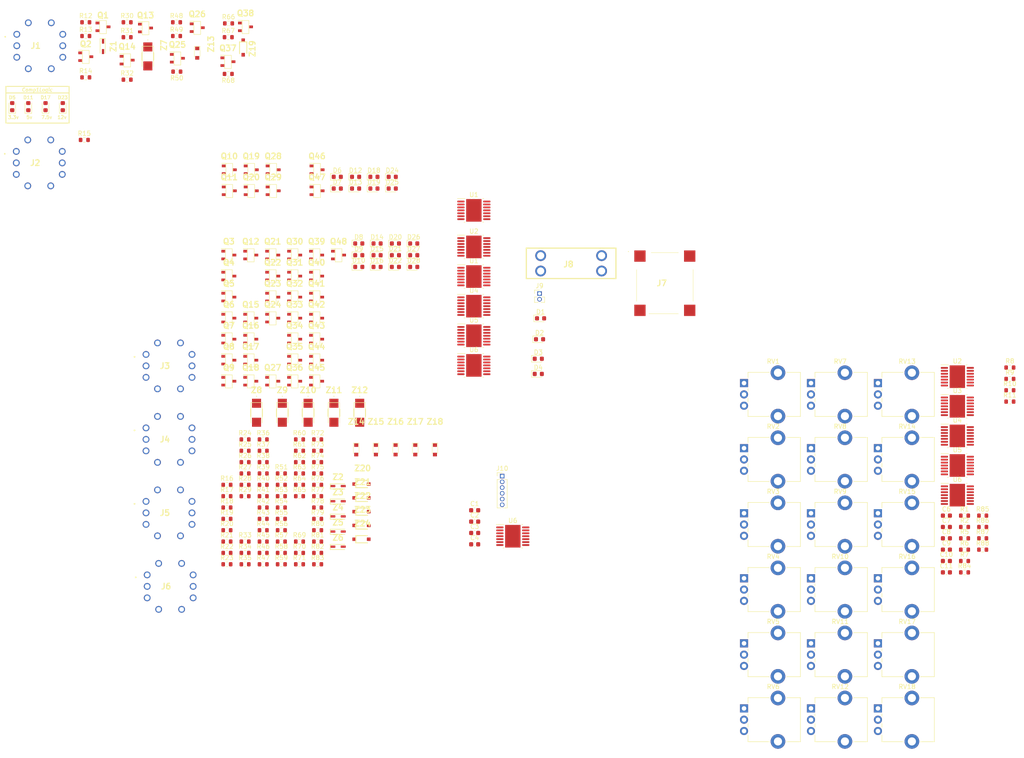
<source format=kicad_pcb>
(kicad_pcb (version 20221018) (generator pcbnew)
  (layers (0 "F.Cu" signal) (31 "B.Cu" signal) (34 "B.Paste" user) (35 "F.Paste" user) (36 "B.SilkS" user "B.Silkscreen") (37 "F.SilkS" user "F.Silkscreen") (38 "B.Mask" user) (39 "F.Mask" user) (44 "Edge.Cuts" user))
  (net 0 "")
  (net 1 "GND")
  (net 2 "Net-(D1-A)")
  (net 3 "Net-(D2-A)")
  (net 4 "Net-(D3-A)")
  (net 5 "Net-(D4-A)")
  (net 6 "Net-(D5-A)")
  (net 7 "Net-(D6-A)")
  (net 8 "Net-(D7-A)")
  (net 9 "Net-(D8-A)")
  (net 10 "Net-(D9-A)")
  (net 11 "Net-(D10-A)")
  (net 12 "Net-(D11-A)")
  (net 13 "Net-(D12-A)")
  (net 14 "Net-(D13-A)")
  (net 15 "Net-(D14-A)")
  (net 16 "Net-(D15-A)")
  (net 17 "Net-(D16-A)")
  (net 18 "Net-(D17-A)")
  (net 19 "Net-(D18-A)")
  (net 20 "Net-(D19-A)")
  (net 21 "Net-(D20-A)")
  (net 22 "Net-(D21-A)")
  (net 23 "Net-(D22-A)")
  (net 24 "Net-(D23-A)")
  (net 25 "Net-(D24-A)")
  (net 26 "Net-(D25-A)")
  (net 27 "Net-(D26-A)")
  (net 28 "Net-(D27-A)")
  (net 29 "Net-(D28-A)")
  (net 30 "+12V")
  (net 31 "+7.5V")
  (net 32 "+5V")
  (net 33 "+3.3V")
  (net 35 "Net-(C1-Pad1)")
  (net 41 "Net-(C2-Pad1)")
  (net 47 "Net-(J7-+VIN)")
  (net 53 "SetComparator1Logic")
  (net 59 "SetComparator2Logic")
  (net 65 "/ComparatorLogic/COMP6_LOGIC")
  (net 70 "Net-(Q1-Pad1)")
  (net 71 "Net-(Q1-Pad2)")
  (net 72 "Net-(Q1-Pad3)")
  (net 73 "Net-(Q2-Pad2)")
  (net 74 "Net-(Q3-Pad1)")
  (net 75 "Net-(Q3-Pad2)")
  (net 76 "Net-(Q3-Pad3)")
  (net 77 "Net-(Q4-Pad2)")
  (net 78 "Net-(Q5-Pad1)")
  (net 79 "Net-(Q5-Pad2)")
  (net 80 "Net-(Q5-Pad3)")
  (net 81 "Net-(Q6-Pad2)")
  (net 82 "Net-(Q7-Pad1)")
  (net 83 "Net-(Q7-Pad2)")
  (net 84 "Net-(Q7-Pad3)")
  (net 85 "Net-(Q8-Pad2)")
  (net 86 "Net-(Q10-Pad3)")
  (net 87 "Net-(Q9-Pad2)")
  (net 88 "Net-(Q9-Pad3)")
  (net 89 "Net-(Q10-Pad2)")
  (net 90 "Net-(Q11-Pad1)")
  (net 91 "Net-(Q11-Pad2)")
  (net 92 "Net-(Q11-Pad3)")
  (net 93 "Net-(Q12-Pad2)")
  (net 94 "Net-(Q13-Pad1)")
  (net 95 "Net-(Q13-Pad2)")
  (net 96 "Net-(Q13-Pad3)")
  (net 97 "Net-(Q14-Pad2)")
  (net 98 "Net-(Q15-Pad1)")
  (net 99 "Net-(Q15-Pad2)")
  (net 100 "Net-(Q15-Pad3)")
  (net 101 "Net-(Q16-Pad2)")
  (net 102 "Net-(Q17-Pad1)")
  (net 103 "Net-(Q17-Pad2)")
  (net 104 "Net-(Q17-Pad3)")
  (net 105 "Net-(Q18-Pad2)")
  (net 106 "Net-(Q19-Pad1)")
  (net 107 "Net-(Q19-Pad2)")
  (net 108 "Net-(Q19-Pad3)")
  (net 109 "Net-(Q20-Pad2)")
  (net 110 "Net-(Q21-Pad1)")
  (net 111 "Net-(Q21-Pad2)")
  (net 112 "Net-(Q21-Pad3)")
  (net 113 "Net-(Q22-Pad2)")
  (net 114 "Net-(Q23-Pad1)")
  (net 115 "Net-(Q23-Pad2)")
  (net 116 "Net-(Q23-Pad3)")
  (net 117 "Net-(Q24-Pad2)")
  (net 118 "Net-(Q25-Pad1)")
  (net 119 "Net-(Q25-Pad2)")
  (net 120 "Net-(Q25-Pad3)")
  (net 121 "Net-(Q26-Pad2)")
  (net 122 "Net-(Q27-Pad1)")
  (net 123 "Net-(Q27-Pad2)")
  (net 124 "Net-(Q27-Pad3)")
  (net 125 "Net-(Q28-Pad2)")
  (net 126 "Net-(Q29-Pad1)")
  (net 127 "Net-(Q29-Pad2)")
  (net 128 "Net-(Q29-Pad3)")
  (net 129 "Net-(Q30-Pad2)")
  (net 130 "Net-(Q31-Pad1)")
  (net 131 "Net-(Q31-Pad2)")
  (net 132 "Net-(Q31-Pad3)")
  (net 133 "Net-(Q32-Pad2)")
  (net 134 "Net-(Q33-Pad1)")
  (net 135 "Net-(Q33-Pad2)")
  (net 136 "Net-(Q33-Pad3)")
  (net 137 "Net-(Q34-Pad2)")
  (net 138 "Net-(Q35-Pad1)")
  (net 139 "Net-(Q35-Pad2)")
  (net 140 "Net-(Q35-Pad3)")
  (net 141 "Net-(Q36-Pad2)")
  (net 142 "Net-(Q37-Pad1)")
  (net 143 "Net-(Q37-Pad2)")
  (net 144 "Net-(Q37-Pad3)")
  (net 145 "+3V3")
  (net 146 "Net-(Q38-Pad2)")
  (net 147 "Net-(Q39-Pad1)")
  (net 148 "Net-(Q39-Pad2)")
  (net 149 "Net-(Q39-Pad3)")
  (net 150 "Net-(Q40-Pad2)")
  (net 151 "Net-(Q41-Pad1)")
  (net 152 "Net-(Q41-Pad2)")
  (net 153 "Net-(Q41-Pad3)")
  (net 154 "Net-(Q42-Pad2)")
  (net 155 "Net-(Q43-Pad1)")
  (net 156 "Net-(Q43-Pad2)")
  (net 157 "Net-(Q43-Pad3)")
  (net 158 "Net-(Q44-Pad2)")
  (net 159 "Net-(Q45-Pad1)")
  (net 160 "Net-(Q45-Pad2)")
  (net 161 "Net-(Q45-Pad3)")
  (net 162 "Net-(Q46-Pad2)")
  (net 163 "Net-(Q47-Pad1)")
  (net 164 "Net-(Q47-Pad2)")
  (net 165 "Net-(Q47-Pad3)")
  (net 166 "Net-(Q48-Pad2)")
  (net 167 "COMP3A")
  (net 175 "COMP5A")
  (net 183 "COMP1A")
  (net 184 "/ComparatorLogic/Timing1Check")
  (net 185 "/ComparatorLogic/Timing2Check")
  (net 186 "/ComparatorLogic/Timing3Check")
  (net 187 "/ComparatorLogic/Timing6Check")
  (net 188 "/ComparatorLogic/Timing5Check")
  (net 191 "COMP2A")
  (net 200 "COMP4A")
  (net 209 "COMP6A")
  (net 217 "SetComparator3Logic")
  (net 218 "SetComparator4Logic")
  (net 219 "SetComparator5Logic")
  (net 220 "SetComparator6Logic")
  (net 221 "Net-(J7-+VO)")
  (net 223 "Signal1")
  (net 224 "Signal2")
  (net 225 "Signal3")
  (net 226 "Signal4")
  (net 227 "Signal5")
  (net 228 "Signal6")
  (net 229 "/ComparatorLogic/Timing4Check")
  (net 230 "/ComparatorLogic/COMP1_HIGH")
  (net 231 "/ComparatorLogic/COMP1_LOW")
  (net 232 "/ComparatorLogic/COMP3_HIGH")
  (net 233 "/ComparatorLogic/COMP3_LOW")
  (net 234 "/ComparatorLogic/COMP6_HIGH")
  (net 235 "/ComparatorLogic/COMP5_HIGH")
  (net 236 "/ComparatorLogic/COMP4_HIGH")
  (net 237 "/ComparatorLogic/COMP6_LOW")
  (net 238 "/ComparatorLogic/COMP5_LOW")
  (net 239 "/ComparatorLogic/COMP4_LOW")
  (net 244 "/ComparatorLogic/COMP2_HIGH")
  (net 247 "/ComparatorLogic/COMP2_LOW")
  (footprint "Package_SO:HTSSOP-14-1EP_4.4x5mm_P0.65mm_EP3.4x5mm_Mask3x3.1mm" (layer "F.Cu") (at 225.9245 120.477)
    (fp_text reference "U6")
    (fp_text value "~")
  )
  (footprint "Diode_SMD:D_0603_1608Metric" (layer "F.Cu") (at 88.868 50.074)
    (fp_text reference "D6")
    (fp_text value "APT1608SEC/J3-AMT")
  )
  (footprint "Package_SO:HTSSOP-14-1EP_4.4x5mm_P0.65mm_EP3.4x5mm_Mask3x3.1mm" (layer "F.Cu") (at 225.9245 100.827)
    (fp_text reference "U3")
    (fp_text value "~")
  )
  (footprint "Resistor_SMD:R_0603_1608Metric" (layer "F.Cu") (at 237.5345 97.277)
    (fp_text reference "R10")
    (fp_text value "R_Small")
  )
  (footprint "Package_TO_SOT_SMD:SOT85P240X115-3N" (layer "F.Cu") (at 69.7475 90.626)
    (fp_text reference "Q17")
    (fp_text value "2SD2653KT146" hide)
  )
  (footprint "Package_TO_SOT_SMD:SOT85P240X115-3N" (layer "F.Cu") (at 64.8975 67.376)
    (fp_text reference "Q3")
    (fp_text value "2SD2653KT146" hide)
  )
  (footprint "Resistor_SMD:R_0603_1608Metric" (layer "F.Cu") (at 68.4875 113.176)
    (fp_text reference "R26")
    (fp_text value "565 Ω")
  )
  (footprint "Diode_SMD:D_0603_1608Metric" (layer "F.Cu") (at 97.6675 64.816)
    (fp_text reference "D14")
    (fp_text value "APT1608SECK-AMT")
  )
  (footprint "Resistor_SMD:R_0603_1608Metric" (layer "F.Cu") (at 64.4775 123.216)
    (fp_text reference "R18")
    (fp_text value "1kΩ")
  )
  (footprint "Button_Switch_THT:NR01105ANG132C" (layer "F.Cu") (at 46.5945 121.861)
    (fp_text reference "J5")
    (fp_text value "NR01105ANG13-2C" hide)
  )
  (footprint "Diode_SMD:D_0603_1608Metric" (layer "F.Cu") (at 93.6175 67.406)
    (fp_text reference "D9")
    (fp_text value "APT1608SEC/J3-AMT")
  )
  (footprint "Resistor_SMD:R_0603_1608Metric" (layer "F.Cu") (at 72.4975 123.216)
    (fp_text reference "R42")
    (fp_text value "1kΩ")
  )
  (footprint "Package_TO_SOT_SMD:SOT85P240X115-3N" (layer "F.Cu") (at 74.5975 95.276)
    (fp_text reference "Q27")
    (fp_text value "2SD2653KT146" hide)
  )
  (footprint "Package_SO:HTSSOP-14-1EP_4.4x5mm_P0.65mm_EP3.4x5mm_Mask3x3.1mm" (layer "F.Cu") (at 119.0575 78.676)
    (fp_text reference "U4")
    (fp_text value "~")
  )
  (footprint "Diode_SMD:D_0603_1608Metric" (layer "F.Cu") (at 93.6175 69.996)
    (fp_text reference "D10")
    (fp_text value "APT1608SEC/J3-AMT")
  )
  (footprint "Button_Switch_THT:NR01105ANG132C" (layer "F.Cu") (at 46.5945 89.349)
    (fp_text reference "J3")
    (fp_text value "NR01105ANG13-2C" hide)
  )
  (footprint "Diode_SMD:PTZTFTE2575B" (layer "F.Cu") (at 46.99 23.436)
    (fp_text reference "Z7")
    (fp_text value "PTZTFTE257.5B" hide)
  )
  (footprint "Resistor_SMD:R_0603_1608Metric" (layer "F.Cu") (at 32.957 41.91)
    (fp_text reference "R15")
    (fp_text value "1kΩ")
  )
  (footprint "Diode_SMD:SOD2512X110N" (layer "F.Cu") (at 89.0325 118.476)
    (fp_text reference "Z2")
    (fp_text value "MM3Z12VT1GX" hide)
  )
  (footprint "Resistor_SMD:R_0603_1608Metric" (layer "F.Cu") (at 53.34 18.932)
    (fp_text reference "R49")
    (fp_text value "4.7kΩ")
  )
  (footprint "Resistor_SMD:R_0603_1608Metric" (layer "F.Cu") (at 227.5145 125.007)
    (fp_text reference "R1")
    (fp_text value "10kΩ")
  )
  (footprint "Resistor_SMD:R_0603_1608Metric" (layer "F.Cu") (at 68.4875 120.706)
    (fp_text reference "R29")
    (fp_text value "565 Ω")
  )
  (footprint "Diode_SMD:D_0603_1608Metric" (layer "F.Cu") (at 105.7675 69.996)
    (fp_text reference "D28")
    (fp_text value "SMLEN3WBC8W1")
  )
  (footprint "Package_SO:HTSSOP-14-1EP_4.4x5mm_P0.65mm_EP3.4x5mm_Mask3x3.1mm" (layer "F.Cu") (at 119.0575 85.226)
    (fp_text reference "U5")
    (fp_text value "~")
  )
  (footprint "Diode_SMD:UDZVTE1722B" (layer "F.Cu") (at 57.912 22.234)
    (fp_text reference "Z13")
    (fp_text value "UDZVTE-174.7B" hide)
  )
  (footprint "Package_TO_SOT_SMD:SOT85P240X115-3N" (layer "F.Cu") (at 79.4475 76.676)
    (fp_text reference "Q32")
    (fp_text value "2SD2653KT146" hide)
  )
  (footprint "Resistor_SMD:R_0603_1608Metric" (layer "F.Cu") (at 80.5175 118.196)
    (fp_text reference "R64")
    (fp_text value "4.7kΩ")
  )
  (footprint "Resistor_SMD:R_0603_1608Metric" (layer "F.Cu") (at 72.4975 130.746)
    (fp_text reference "R45")
    (fp_text value "1kΩ")
  )
  (footprint "Capacitor_SMD:C_0603_1608Metric" (layer "F.Cu") (at 119.238 131.353)
    (fp_text reference "C4")
    (fp_text value "330uF")
  )
  (footprint "Diode_SMD:UDZVTE1722B" (layer "F.Cu") (at 97.4075 109.976)
    (fp_text reference "Z15")
    (fp_text value "UDZVTE-174.7B" hide)
  )
  (footprint "Diode_SMD:UDZVTE1722B" (layer "F.Cu") (at 101.7575 109.976)
    (fp_text reference "Z16")
    (fp_text value "UDZVTE-174.7B" hide)
  )
  (footprint "Diode_SMD:PTZTFTE2575B" (layer "F.Cu") (at 88.1225 102.251)
    (fp_text reference "Z11")
    (fp_text value "PTZTFTE257.5B" hide)
  )
  (footprint "Capacitor_SMD:C_0603_1608Metric" (layer "F.Cu") (at 223.5045 132.537)
    (fp_text reference "C9")
    (fp_text value "10uF")
  )
  (footprint "Diode_SMD:UDZVTE1722B" (layer "F.Cu") (at 93.0575 109.976)
    (fp_text reference "Z14")
    (fp_text value "UDZVTE-174.7B" hide)
  )
  (footprint "Resistor_SMD:R_0603_1608Metric" (layer "F.Cu") (at 84.5275 115.686)
    (fp_text reference "R75")
    (fp_text value "1kΩ")
  )
  (footprint "Resistor_SMD:R_0603_1608Metric" (layer "F.Cu") (at 80.5175 110.666)
    (fp_text reference "R61")
    (fp_text value "4.7kΩ")
  )
  (footprint "Package_TO_SOT_SMD:SOT85P240X115-3N" (layer "F.Cu") (at 84.2975 76.676)
    (fp_text reference "Q41")
    (fp_text value "2SD2653KT146" hide)
  )
  (footprint "Package_TO_SOT_SMD:SOT85P240X115-3N" (layer "F.Cu") (at 42.418 24.266)
    (fp_text reference "Q14")
    (fp_text value "2SD2653KT146" hide)
  )
  (footprint "Potentiometer_THT:Potentiometer_Alpha_RD901F-40-00D_Single_Vertical_CircularHoles" (layer "F.Cu") (at 178.7745 138.867)
    (fp_text reference "RV4")
    (fp_text value "R_Potentiometer_Trim")
  )
  (footprint "Diode_SMD:SOD2512X110N" (layer "F.Cu") (at 89.0325 121.826)
    (fp_text reference "Z3")
    (fp_text value "MM3Z12VT1GX" hide)
  )
  (footprint "Resistor_SMD:R_0603_1608Metric" (layer "F.Cu") (at 72.4975 113.176)
    (fp_text reference "R38")
    (fp_text value "565 Ω")
  )
  (footprint "Connector_PinHeader_1.27mm:PinHeader_1x02_P1.27mm_Vertical" (layer "F.Cu") (at 133.5785 75.887)
    (fp_text reference "J9")
    (fp_text value "Conn_01x02")
  )
  (footprint "Resistor_SMD:R_0603_1608Metric" (layer "F.Cu") (at 80.5175 115.686)
    (fp_text reference "R63")
    (fp_text value "1kΩ")
  )
  (footprint "Diode_SMD:SODFL3516X120N" (layer "F.Cu") (at 68.072 21.472 -90)
    (fp_text reference "Z19")
    (fp_text value "BZT52H-A3V3-QX" hide)
  )
  (footprint "Resistor_SMD:R_0603_1608Metric" (layer "F.Cu") (at 53.34 15.884)
    (fp_text reference "R48")
    (fp_text value "1kΩ")
  )
  (footprint "Resistor_SMD:R_0603_1608Metric" (layer "F.Cu") (at 84.5275 128.236)
    (fp_text reference "R80")
    (fp_text value "565 Ω")
  )
  (footprint "Package_TO_SOT_SMD:SOT85P240X115-3N" (layer "F.Cu") (at 33.274 23.504)
    (fp_text reference "Q2")
    (fp_text value "2SD2653KT146" hide)
  )
  (footprint "Package_SO:HTSSOP-14-1EP_4.4x5mm_P0.65mm_EP3.4x5mm_Mask3x3.1mm" (layer "F.Cu") (at 119.0575 65.576)
    (fp_text reference "U2")
    (fp_text value "~")
  )
  (footprint "Diode_SMD:SODFL3516X120N" (layer "F.Cu") (at 94.2175 127.176)
    (fp_text reference "Z23")
    (fp_text value "BZT52H-A3V3-QX" hide)
  )
  (footprint "Resistor_SMD:R_0603_1608Metric" (layer "F.Cu") (at 42.418 15.884)
    (fp_text reference "R30")
    (fp_text value "1kΩ")
  )
  (footprint "Fuse:3557-2" (layer "F.Cu") (at 140.5595 69.205)
    (fp_text reference "J8")
    (fp_text value "3557-2" hide)
  )
  (footprint "Resistor_SMD:R_0603_1608Metric" (layer "F.Cu") (at 84.5275 123.216)
    (fp_text reference "R78")
    (fp_text value "1kΩ")
  )
  (footprint "Resistor_SMD:R_0603_1608Metric" (layer "F.Cu") (at 227.5145 137.557)
    (fp_text reference "R84")
    (fp_text value "10kΩ")
  )
  (footprint "Package_TO_SOT_SMD:SOT85P240X115-3N" (layer "F.Cu") (at 53.524 23.846)
    (fp_text reference "Q25")
    (fp_text value "2SD2653KT146" hide)
  )
  (footprint "Button_Switch_THT:NR01105ANG132C" (layer "F.Cu") (at 17.918 44.45)
    (fp_text reference "J2")
    (fp_text value "NR01105ANG13-2C" hide)
  )
  (footprint "Diode_SMD:SODFL3516X120N" (layer "F.Cu") (at 94.2175 124.126)
    (fp_text reference "Z22")
    (fp_text value "BZT52H-A3V3-QX" hide)
  )
  (footprint "Resistor_SMD:R_0603_1608Metric" (layer "F.Cu") (at 42.418 28.584)
    (fp_text reference "R32")
    (fp_text value "565 Ω")
  )
  (footprint "Resistor_SMD:R_0603_1608Metric" (layer "F.Cu") (at 80.5175 135.766)
    (fp_text reference "R71")
    (fp_text value "565 Ω")
  )
  (footprint "Resistor_SMD:R_0603_1608Metric" (layer "F.Cu") (at 227.5145 130.027)
    (fp_text reference "R5")
    (fp_text value "10kΩ")
  )
  (footprint "Resistor_SMD:R_0603_1608Metric" (layer "F.Cu") (at 68.4875 115.686)
    (fp_text reference "R27")
    (fp_text value "1kΩ")
  )
  (footprint "Potentiometer_THT:Potentiometer_Alpha_RD901F-40-00D_Single_Vertical_CircularHoles" (layer "F.Cu") (at 178.7745 153.257)
    (fp_text reference "RV5")
    (fp_text value "10kΩ")
  )
  (footprint "Diode_SMD:PTZTFTE2575B" (layer "F.Cu") (at 76.7225 102.251)
    (fp_text reference "Z9")
    (fp_text value "PTZTFTE257.5B" hide)
  )
  (footprint "Resistor_SMD:R_0603_1608Metric" (layer "F.Cu") (at 76.5075 130.746)
    (fp_text reference "R57")
    (fp_text value "1kΩ")
  )
  (footprint "Resistor_SMD:R_0603_1608Metric" (layer "F.Cu") (at 84.5275 110.666)
    (fp_text reference "R73")
    (fp_text value "4.7kΩ")
  )
  (footprint "Resistor_SMD:R_0603_1608Metric" (layer "F.Cu") (at 68.4875 108.156)
    (fp_text reference "R24")
    (fp_text value "1kΩ")
  )
  (footprint "Capacitor_SMD:C_0603_1608Metric" (layer "F.Cu") (at 223.5045 135.047)
    (fp_text reference "C10")
    (fp_text value "10uF")
  )
  (footprint "Resistor_SMD:R_0603_1608Metric" (layer "F.Cu") (at 76.5075 135.766)
    (fp_text reference "R59")
    (fp_text value "565 Ω")
  )
  (footprint "Package_TO_SOT_SMD:SOT85P240X115-3N" (layer "F.Cu") (at 69.7475 81.326)
    (fp_text reference "Q15")
    (fp_text value "2SD2653KT146" hide)
  )
  (footprint "Package_SO:HTSSOP-14-1EP_4.4x5mm_P0.65mm_EP3.4x5mm_Mask3x3.1mm" (layer "F.Cu") (at 119.0575 72.126)
    (fp_text reference "U1")
    (fp_text value "~")
  )
  (footprint "Potentiometer_THT:Potentiometer_Alpha_RD901F-40-00D_Single_Vertical_CircularHoles" (layer "F.Cu") (at 178.7745 110.087)
    (fp_text reference "RV2")
    (fp_text value "R_Potentiometer_Trim")
  )
  (footprint "Resistor_SMD:R_0603_1608Metric" (layer "F.Cu") (at 76.5075 120.706)
    (fp_text reference "R53")
    (fp_text value "565 Ω")
  )
  (footprint "Resistor_SMD:R_0603_1608Metric" (layer "F.Cu") (at 237.5345 92.257)
    (fp_text reference "R8")
    (fp_text value "R_Small")
  )
  (footprint "Resistor_SMD:R_0603_1608Metric" (layer "F.Cu") (at 64.4775 120.706)
    (fp_text reference "R17")
    (fp_text value "565 Ω")
  )
  (footprint "Package_TO_SOT_SMD:SOT85P240X115-3N" (layer "F.Cu") (at 79.4475 81.326)
    (fp_text reference "Q33")
    (fp_text value "2SD2653KT146" hide)
  )
  (footprint "Diode_SMD:D_0603_1608Metric" (layer "F.Cu") (at 133.5785 85.997)
    (fp_text reference "D2")
    (fp_text value "APT1608SECK-AMT")
  )
  (footprint "Resistor_SMD:R_0603_1608Metric" (layer "F.Cu") (at 72.4975 110.666)
    (fp_text reference "R37")
    (fp_text value "4.7kΩ")
  )
  (footprint "Package_TO_SOT_SMD:SOT85P240X115-3N" (layer "F.Cu") (at 79.4475 72.026)
    (fp_text reference "Q31")
    (fp_text value "2SD2653KT146" hide)
  )
  (footprint "Potentiometer_THT:Potentiometer_Alpha_RD901F-40-00D_Single_Vertical_CircularHoles" (layer "F.Cu") (at 208.3745 153.257)
    (fp_text reference "RV17")
    (fp_text value "R_Potentiometer_Trim")
  )
  (footprint "Resistor_SMD:R_0603_1608Metric" (layer "F.Cu") (at 68.4875 133.256)
    (fp_text reference "R34")
    (fp_text value "4.7kΩ")
  )
  (footprint "Resistor_SMD:R_0603_1608Metric" (layer "F.Cu") (at 53.403 26.806 180)
    (fp_text reference "R50")
    (fp_text value "565 Ω")
  )
  (footprint "Potentiometer_THT:Potentiometer_Alpha_RD901F-40-00D_Single_Vertical_CircularHoles" (layer "F.Cu") (at 193.5745 110.087)
    (fp_text reference "RV8")
    (fp_text value "10kΩ")
  )
  (footprint "Package_TO_SOT_SMD:SOT85P240X115-3N" (layer "F.Cu") (at 74.5975 76.676)
    (fp_text reference "Q23")
    (fp_text value "2SD2653KT146" hide)
  )
  (footprint "Potentiometer_THT:Potentiometer_Alpha_RD901F-40-00D_Single_Vertical_CircularHoles" (layer "F.Cu") (at 193.5745 167.647)
    (fp_text reference "RV12")
    (fp_text value "R_Potentiometer_Trim")
  )
  (footprint "Diode_SMD:SODFL3516X120N" (layer "F.Cu") (at 94.2175 118.026)
    (fp_text reference "Z20")
    (fp_text value "BZT52H-A3V3-QX" hide)
  )
  (footprint "Package_SO:HTSSOP-14-1EP_4.4x5mm_P0.65mm_EP3.4x5mm_Mask3x3.1mm" (layer "F.Cu") (at 127.668 129.563)
    (fp_text reference "U6")
    (fp_text value "~")
  )
  (footprint "Button_Switch_THT:NR01105ANG132C" (layer "F.Cu") (at 46.5945 105.605)
    (fp_text reference "J4")
    (fp_text value "NR01105ANG13-2C" hide)
  )
  (footprint "Capacitor_SMD:C_0603_1608Metric" (layer "F.Cu") (at 223.5045 127.517)
    (fp_text reference "C7")
    (fp_text value "10uF")
  )
  (footprint "Package_TO_SOT_SMD:SOT85P240X115-3N" (layer "F.Cu") (at 84.398 53.164)
    (fp_text reference "Q47")
    (fp_text value "2SD2653KT146" hide)
  )
  (footprint "Package_TO_SOT_SMD:SOT85P240X115-3N" (layer "F.Cu") (at 79.4475 95.276)
    (fp_text reference "Q36")
    (fp_text value "2SD2653KT146" hide)
  )
  (footprint "Potentiometer_THT:Potentiometer_Alpha_RD901F-40-00D_Single_Vertical_CircularHoles" (layer "F.Cu") (at 193.5745 124.477)
    (fp_text reference "RV9")
    (fp_text value "R_Potentiometer_Trim")
  )
  (footprint "Resistor_SMD:R_0603_1608Metric" (layer "F.Cu") (at 72.4975 133.256)
    (fp_text reference "R46")
    (fp_text value "4.7kΩ")
  )
  (footprint "Package_TO_SOT_SMD:SOT85P240X115-3N" (layer "F.Cu") (at 69.7475 85.976)
    (fp_text reference "Q16")
    (fp_text value "2SD2653KT146" hide)
  )
  (footprint "Resistor_SMD:R_0603_1608Metric" (layer "F.Cu") (at 76.5075 133.256)
    (fp_text reference "R58")
    (fp_text value "4.7kΩ")
  )
  (footprint "Package_TO_SOT_SMD:SOT85P240X115-3N" (layer "F.Cu") (at 84.2975 81.326)
    (fp_text reference "Q42")
    (fp_text value "2SD2653KT146" hide)
  )
  (footprint "Package_TO_SOT_SMD:SOT85P240X115-3N" (layer "F.Cu") (at 64.8975 85.976)
    (fp_text reference "Q7")
    (fp_text value "2SD2653KT146" hide)
  )
  (footprint "Resistor_SMD:R_0603_1608Metric" (layer "F.Cu") (at 64.4775 133.256)
    (fp_text reference "R22")
    (fp_text value "4.7kΩ")
  )
  (footprint "Resistor_SMD:R_0603_1608Metric" (layer "F.Cu") (at 76.5075 115.686)
    (fp_text reference "R51")
    (fp_text value "1kΩ")
  )
  (footprint "Resistor_SMD:R_0603_1608Metric" (layer "F.Cu") (at 33.274 28.076)
    (fp_text reference "R14")
    (fp_text value "565 Ω")
  )
  (footprint "Diode_SMD:SODFL3516X120N" (layer "F.Cu") (at 94.2175 121.076)
    (fp_text reference "Z21")
    (fp_text value "BZT52H-A3V3-QX" hide)
  )
  (footprint "Package_TO_SOT_SMD:SOT85P240X115-3N" (layer "F.Cu") (at 64.8975 95.276)
    (fp_text reference "Q9")
    (fp_text value "2SD2653KT146" hide)
  )
  (footprint "Package_TO_SOT_SMD:SOT85P240X115-3N" (layer "F.Cu") (at 74.5975 81.326)
    (fp_text reference "Q24")
    (fp_text value "2SD2653KT146" hide)
  )
  (footprint "Diode_SMD:D_0603_1608Metric" (layer "F.Cu") (at 101.018 52.664)
    (fp_text reference "D25")
    (fp_text value "SMLEN3WBC8W1")
  )
  (footprint "Connector_PinHeader_1.27mm:PinHeader_1x06_P1.27mm_Vertical" (layer "F.Cu") (at 125.318 116.263)
    (fp_text reference "J10")
    (fp_text value "Conn_01x06")
  )
  (footprint "Diode_SMD:D_0603_1608Metric" (layer "F.Cu") (at 20.574 34.544 90)
    (fp_text reference "D11")
    (fp_text value "APT1608SECK-AMT")
  )
  (footprint "Diode_SMD:D_0603_1608Metric" (layer "F.Cu") (at 97.6675 69.996)
    (fp_text reference "D16")
    (fp_text value "APT1608SECK-AMT")
  )
  (footprint "Diode_SMD:SOD2512X110N" (layer "F.Cu") (at 37.084 21.218 -90)
    (fp_text reference "Z1")
    (fp_text value "MM3Z12VT1GX" hide)
  )
  (footprint "Potentiometer_THT:Potentiometer_Alpha_RD901F-40-00D_Single_Vertical_CircularHoles" (layer "F.Cu") (at 193.5745 138.867)
    (fp_text reference "RV10")
    (fp_text value "R_Potentiometer_Trim")
  )
  (footprint "Diode_SMD:D_0603_1608Metric" (layer "F.Cu") (at 101.7175 64.816)
    (fp_text reference "D20")
    (fp_text value "APT1608VRCXF/A-5MAV")
  )
  (footprint "Resistor_SMD:R_0603_1608Metric" (layer "F.Cu") (at 33.274 18.932)
    (fp_text reference "R13")
    (fp_text value "4.7kΩ")
  )
  (footprint "Diode_SMD:D_0603_1608Metric" (layer "F.Cu") (at 96.968 50.074)
    (fp_text reference "D18")
    (fp_text value "APT1608VRCXF/A-5MAV")
  )
  (footprint "Package_TO_SOT_SMD:SOT85P240X115-3N" (layer "F.Cu") (at 64.998 48.514)
    (fp_text reference "Q10")
    (fp_text value "2SD2653KT146" hide)
  )
  (footprint "Package_TO_SOT_SMD:SOT85P240X115-3N" (layer "F.Cu") (at 64.998 53.164)
    (fp_text reference "Q11")
    (fp_text value "2SD2653KT146" hide)
  )
  (footprint "Resistor_SMD:R_0603_1608Metric" (layer "F.Cu") (at 84.5275 135.766)
    (fp_text reference "R83")
    (fp_text value "565 Ω")
  )
  (footprint "Package_TO_SOT_SMD:SOT85P240X115-3N" (layer "F.Cu") (at 64.8975 72.026)
    (fp_text reference "Q4")
    (fp_text value "2SD2653KT146" hide)
  )
  (footprint "Diode_SMD:PTZTFTE2575B" (layer "F.Cu") (at 93.8225 102.251)
    (fp_text reference "Z12")
    (fp_text value "PTZTFTE257.5B" hide)
  )
  (footprint "Package_TO_SOT_SMD:SOT85P240X115-3N" (layer "F.Cu") (at 74.698 53.164)
    (fp_text reference "Q29")
    (fp_text value "2SD2653KT146" hide)
  )
  (footprint "Diode_SMD:UDZVTE1722B" (layer "F.Cu") (at 110.4575 109.976)
    (fp_text reference "Z18")
    (fp_text value "UDZVTE-174.7B" hide)
  )
  (footprint "Resistor_SMD:R_0603_1608Metric" (layer "F.Cu") (at 64.77 19.186)
    (fp_text reference "R67")
    (fp_text value "4.7kΩ")
  )
  (footprint "Resistor_SMD:R_0603_1608Metric" (layer "F.Cu") (at 72.4975 108.156)
    (fp_text reference "R36")
    (fp_text value "1kΩ")
  )
  (footprint "Diode_SMD:D_0603_1608Metric" (layer "F.Cu") (at 93.6175 64.816)
    (fp_text reference "D8")
    (fp_text value "APT1608SEC/J3-AMT")
  )
  (footprint "Package_TO_SOT_SMD:SOT85P240X115-3N" (layer "F.Cu") (at 84.2975 72.026)
    (fp_text reference "Q40")
    (fp_text value "2SD2653KT146" hide)
  )
  (footprint "Package_TO_SOT_SMD:SOT85P240X115-3N" (layer "F.Cu") (at 74.698 48.514)
    (fp_text reference "Q28")
    (fp_text value "2SD2653KT146" hide)
  )
  (footprint "Resistor_SMD:R_0603_1608Metric" (layer "F.Cu") (at 64.4775 125.726)
    (fp_text reference "R19")
    (fp_text value "4.7kΩ")
  )
  (footprint "Diode_SMD:D_0603_1608Metric" (layer "F.Cu") (at 96.968 52.664)
    (fp_text reference "D19")
    (fp_text value "APT1608VRCXF/A-5MAV")
  )
  (footprint "Package_TO_SOT_SMD:SOT85P240X115-3N" (layer "F.Cu") (at 69.7475 95.276)
    (fp_text reference "Q18")
    (fp_text value "2SD2653KT146" hide)
  )
  (footprint "Resistor_SMD:R_0603_1608Metric" (layer "F.Cu") (at 80.5175 133.256)
    (fp_text reference "R70")
    (fp_text value "4.7kΩ")
  )
  (footprint "Package_TO_SOT_SMD:SOT85P240X115-3N" (layer "F.Cu") (at 57.912 17.087)
    (fp_text reference "Q26")
    (fp_text value "2SD2653KT146" hide)
  )
  (footprint "Resistor_SMD:R_0603_1608Metric" (layer "F.Cu") (at 80.5175 108.156)
    (fp_text reference "R60")
    (fp_text value "1kΩ")
  )
  (footprint "Converter_DCDC:VXO7805500MTR" (layer "F.Cu") (at 161.2645 73.601)
    (fp_text reference "J7")
    (fp_text value "VXO7805-500-M-TR" hide)
  )
  (footprint "Package_TO_SOT_SMD:SOT85P240X115-3N" (layer "F.Cu") (at 64.8975 81.326)
    (fp_text reference "Q6")
    (fp_text value "2SD2653KT146" hide)
  )
  (footprint "Diode_SMD:D_0603_1608Metric" (layer "F.Cu") (at 105.7675 67.406)
    (fp_text reference "D27")
    (fp_text value "SMLEN3WBC8W1")
  )
  (footprint "Diode_SMD:D_0603_1608Metric" (layer "F.Cu") (at 88.868 52.664)
    (fp_text reference "D7")
    (fp_text value "APT1608SEC/J3-AMT")
  )
  (footprint "Resistor_SMD:R_0603_1608Metric" (layer "F.Cu") (at 231.5245 132.537)
    (fp_text reference "R88")
    (fp_text value "10kΩ")
  )
  (footprint "Resistor_SMD:R_0603_1608Metric" (layer "F.Cu") (at 76.5075 118.196)
    (fp_text reference "R52")
    (fp_text value "4.7kΩ")
  )
  (footprint "Diode_SMD:SOD2512X110N" (layer "F.Cu") (at 89.0325 128.526)
    (fp_text reference "Z5")
    (fp_text value "MM3Z12VT1GX" hide)
  )
  (footprint "Potentiometer_THT:Potentiometer_Alpha_RD901F-40-00D_Single_Vertical_CircularHoles" (layer "F.Cu") (at 178.7745 124.477)
    (fp_text reference "RV3")
    (fp_text value "10kΩ")
  )
  (footprint "Package_TO_SOT_SMD:SOT85P240X115-3N" (layer "F.Cu") (at 84.2975 85.976)
    (fp_text reference "Q43")
    (fp_text value "2SD2653KT146" hide)
  )
  (footprint "Potentiometer_THT:Potentiometer_Alpha_RD901F-40-00D_Single_Vertical_CircularHoles" (layer "F.Cu") (at 208.3745 124.477)
    (fp_text reference "RV15")
    (fp_text value "10kΩ")
  )
  (footprint "Resistor_SMD:R_0603_1608Metric" (layer "F.Cu") (at 231.5245 130.027)
    (fp_text reference "R87")
    (fp_text value "10kΩ")
  )
  (footprint "Resistor_SMD:R_0603_1608Metric" (layer "F.Cu") (at 84.5275 125.726)
    (fp_text reference "R79")
    (fp_text value "4.7kΩ")
  )
  (footprint "Resistor_SMD:R_0603_1608Metric" (layer "F.Cu") (at 237.5345 94.767)
    (fp_text reference "R9")
    (fp_text value "R_Small")
  )
  (footprint "Package_TO_SOT_SMD:SOT85P240X115-3N" (layer "F.Cu") (at 69.848 53.164)
    (fp_text reference "Q20")
    (fp_text value "2SD2653KT146" hide)
  )
  (footprint "Resistor_SMD:R_0603_1608Metric" (layer "F.Cu") (at 80.5175 113.176)
    (fp_text reference "R62")
    (fp_text value "565 Ω")
  )
  (footprint "Capacitor_SMD:C_0603_1608Metric" (layer "F.Cu") (at 119.238 123.823)
    (fp_text reference "C1")
    (fp_text value "330uF")
  )
  (footprint "Resistor_SMD:R_0603_1608Metric" (layer "F.Cu") (at 64.4775 118.196)
    (fp_text reference "R16")
    (fp_text value "4.7kΩ")
  )
  (footprint "Diode_SMD:SOD2512X110N" (layer "F.Cu") (at 89.0325 125.176)
    (fp_text reference "Z4")
    (fp_text value "MM3Z12VT1GX" hide)
  )
  (footprint "Package_TO_SOT_SMD:SOT85P240X115-3N" (layer "F.Cu") (at 79.4475 90.626)
    (fp_text reference "Q35")
    (fp_text value "2SD2653KT146" hide)
  )
  (footprint "Resistor_SMD:R_0603_1608Metric" (layer "F.Cu") (at 68.4875 130.746)
    (fp_text reference "R33")
    (fp_text value "1kΩ")
  )
  (footprint "Package_TO_SOT_SMD:SOT85P240X115-3N" (layer "F.Cu") (at 84.2975 90.626)
    (fp_text reference "Q44")
    (fp_text value "2SD2653KT146" hide)
  )
  (footprint "Diode_SMD:D_0603_1608Metric" (layer "F.Cu") (at 24.384 34.544 90)
    (fp_text reference "D17")
    (fp_text value "APT1608VRCXF/A-5MAV")
  )
  (footprint "Potentiometer_THT:Potentiometer_Alpha_RD901F-40-00D_Single_Vertical_CircularHoles" (layer "F.Cu") (at 193.5745 95.697)
    (fp_text reference "RV7")
    (fp_text value "R_Potentiometer_Trim")
  )
  (footprint "Capacitor_SMD:C_0603_1608Metric" (layer "F.Cu") (at 223.5045 125.007)
    (fp_text reference "C6")
    (fp_text value "10uF")
  )
  (footprint "Resistor_SMD:R_0603_1608Metric" (layer "F.Cu") (at 237.5345 99.787)
    (fp_text reference "R11")
    (fp_text value "R_Small")
  )
  (footprint "Potentiometer_THT:Potentiometer_Alpha_RD901F-40-00D_Single_Vertical_CircularHoles" (layer "F.Cu") (at 193.5745 153.257)
    (fp_text reference "RV11")
    (fp_text value "10kΩ")
  )
  (footprint "Resistor_SMD:R_0603_1608Metric" (layer "F.Cu") (at 64.77 27.314 180)
    (fp_text reference "R68")
    (fp_text value "565 Ω")
  )
  (footprint "Resistor_SMD:R_0603_1608Metric" (layer "F.Cu") (at 76.5075 123.216)
    (fp_text reference "R54")
    (fp_text value "1kΩ")
  )
  (footprint "Resistor_SMD:R_0603_1608Metric" (layer "F.Cu") (at 84.5275 133.256)
    (fp_text reference "R82")
    (fp_text value "4.7kΩ")
  )
  (footprint "Diode_SMD:D_0603_1608Metric" (layer "F.Cu") (at 133.299 93.667)
    (fp_text reference "D4")
    (fp_text value "SMLEN3WBC8W1")
  )
  (footprint "Package_TO_SOT_SMD:SOT85P240X115-3N" (layer "F.Cu") (at 84.2975 67.376)
    (fp_text reference "Q39")
    (fp_text value "2SD2653KT146" hide)
  )
  (footprint "Resistor_SMD:R_0603_1608Metric" (layer "F.Cu") (at 72.4975 118.196)
    (fp_text reference "R40")
    (fp_text value "4.7kΩ")
  )
  (footprint "Potentiometer_THT:Potentiometer_Alpha_RD901F-40-00D_Single_Vertical_CircularHoles" (layer "F.Cu") (at 178.7745 167.647)
    (fp_text reference "RV6")
    (fp_text value "R_Potentiometer_Trim")
  )
  (footprint "Diode_SMD:SODFL3516X120N" (layer "F.Cu") (at 94.2175 130.226)
    (fp_text reference "Z24")
    (fp_text value "BZT52H-A3V3-QX" hide)
  )
  (footprint "Resistor_SMD:R_0603_1608Metric" (layer "F.Cu") (at 68.4875 135.766)
    (fp_text reference "R35")
    (fp_text value "565 Ω")
  )
  (footprint "Resistor_SMD:R_0603_1608Metric" (layer "F.Cu") (at 227.5145 132.537)
    (fp_text reference "R6")
    (fp_text value "10kΩ")
  )
  (footprint "Resistor_SMD:R_0603_1608Metric" (layer "F.Cu") (at 76.5075 128.236)
    (fp_text reference "R56")
    (fp_text value "565 Ω")
  )
  (footprint "Potentiometer_THT:Potentiometer_Alpha_RD901F-40-00D_Single_Vertical_CircularHoles" (layer "F.Cu") (at 208.3745 95.697)
    (fp_text reference "RV13")
    (fp_text value "10kΩ")
  )
  (footprint "Package_TO_SOT_SMD:SOT85P240X115-3N" (layer "F.Cu") (at 89.1475 67.376)
    (fp_text reference "Q48")
    (fp_text value "2SD2653KT146" hide)
  )
  (footprint "Button_Switch_THT:NR01105ANG132C" (layer "F.Cu") (at 46.8485 138.117)
    (fp_text reference "J6")
    (fp_text value "NR01105ANG13-2C" hide)
  )
  (footprint "Resistor_SMD:R_0603_1608Metric" (layer "F.Cu") (at 72.4975 120.706)
    (fp_text reference "R41")
    (fp_text value "565 Ω")
  )
  (footprint "Resistor_SMD:R_0603_1608Metric" (layer "F.Cu") (at 231.5245 127.517)
    (fp_text reference "R86")
    (fp_text value "10kΩ")
  )
  (footprint "Resistor_SMD:R_0603_1608Metric" (layer "F.Cu") (at 68.4875 118.196)
    (fp_text reference "R28")
    (fp_text value "4.7kΩ")
  )
  (footprint "Resistor_SMD:R_0603_1608Metric" (layer "F.Cu") (at 72.4975 135.766)
    (fp_text reference "R47")
    (fp_text value "565 Ω")
  )
  (footprint "Diode_SMD:SOD2512X110N" (layer "F.Cu") (at 89.0325 131.876)
    (fp_text reference "Z6")
    (fp_text value "MM3Z12VT1GX" hide)
  )
  (footprint "Package_SO:HTSSOP-14-1EP_4.4x5mm_P0.65mm_EP3.4x5mm_Mask3x3.1mm" (layer "F.Cu") (at 225.9245 107.377)
    (fp_text reference "U4")
    (fp_text value "~")
  )
  (footprint "Resistor_SMD:R_0603_1608Metric" (layer "F.Cu") (at 84.5275 118.196)
    (fp_text reference "R76")
    (fp_text value "4.7kΩ")
  )
  (footprint "Capacitor_SMD:C_0603_1608Metric" (layer "F.Cu") (at 223.5045 130.027)
    (fp_text reference "C8")
    (fp_text value "10uF")
  )
  (footprint "Diode_SMD:D_0603_1608Metric" (layer "F.Cu") (at 101.7175 69.996)
    (fp_text reference "D22")
    (fp_text value "APT1608VRCXF/A-5MAV")
  )
  (footprint "Resistor_SMD:R_0603_1608Metric" (layer "F.Cu") (at 84.5275 113.176)
    (fp_text reference "R74")
    (fp_text value "565 Ω")
  )
  (footprint "Button_Switch_THT:NR01105ANG132C" (layer "F.Cu") (at 18.034 18.542)
    (fp_text reference "J1")
    (fp_text value "NR01105ANG13-2C" hide)
  )
  (footprint "Resistor_SMD:R_0603_1608Metric" (layer "F.Cu") (at 64.833 16.138)
    (fp_text reference "R66")
    (fp_text value "1kΩ")
  )
  (footprint "Diode_SMD:D_0603_1608Metric" (layer "F.Cu") (at 133.807 81.375)
    (fp_text reference "D1")
    (fp_text value "APT1608SEC/J3-AMT")
  )
  (footprint "Diode_SMD:UDZVTE1722B" (layer "F.Cu") (at 106.1075 109.976)
    (fp_text reference "Z17")
    (fp_text value "UDZVTE-174.7B" hide)
  )
  (footprint "Package_SO:HTSSOP-14-1EP_4.4x5mm_P0.65mm_EP3.4x5mm_Mask3x3.1mm" (layer "F.Cu") (at 119.0575 91.776)
    (fp_text reference "U6")
    (fp_text value "~")
  )
  (footprint "Package_TO_SOT_SMD:SOT85P240X115-3N" (layer "F.Cu") (at 37.084 16.9)
    (fp_text reference "Q1")
    (fp_text value "2SD2653KT146" hide)
  )
  (footprint "Capacitor_SMD:C_0603_1608Metric" (layer "F.Cu") (at 119.238 126.333)
    (fp_text reference "C2")
    (fp_text value "10uF")
  )
  (footprint "Diode_SMD:D_0603_1608Metric" (layer "F.Cu") (at 101.018 50.074)
    (fp_text reference "D24")
    (fp_text value "SMLEN3WBC8W1")
  )
  (footprint "Package_TO_SOT_SMD:SOT85P240X115-3N" (layer "F.Cu") (at 69.7475 67.376)
    (fp_text reference "Q12")
    (fp_text value "2SD2653KT146" hide)
  )
  (footprint "Resistor_SMD:R_0603_1608Metric" (layer "F.Cu") (at 227.5145 127.517)
    (fp_text reference "R2")
    (fp_text value "10kΩ")
  )
  (footprint "Diode_SMD:D_0603_1608Metric" (layer "F.Cu") (at 97.6675 67.406)
    (fp_text reference "D15")
    (fp_text value "APT1608SECK-AMT")
  )
  (footprint "Resistor_SMD:R_0603_1608Metric" (layer "F.Cu") (at 33.274 15.884)
    (fp_text reference "R12")
    (fp_text value "1kΩ")
  )
  (footprint "Diode_SMD:D_0603_1608Metric" (layer "F.Cu") (at 101.7175 67.406)
    (fp_text reference "D21")
    (fp_text value "APT1608VRCXF/A-5MAV")
  )
  (footprint "Package_TO_SOT_SMD:SOT85P240X115-3N" (layer "F.Cu") (at 84.398 48.514)
    (fp_text reference "Q46")
    (fp_text value "2SD2653KT146" hide)
  )
  (footprint "Resistor_SMD:R_0603_1608Metric" (layer "F.Cu") (at 68.4875 110.666)
    (fp_text reference "R25")
    (fp_text value "4.7kΩ")
  )
  (footprint "Package_TO_SOT_SMD:SOT85P240X115-3N" (layer "F.Cu") (at 74.5975 67.376)
    (fp_text reference "Q21")
    (fp_text value "2SD2653KT146" hide)
  )
  (footprint "Package_TO_SOT_SMD:SOT85P240X115-3N" (layer "F.Cu") (at 69.848 48.514)
    (fp_text reference "Q19")
    (fp_text value "2SD2653KT146" hide)
  )
  (footprint "Package_SO:HTSSOP-14-1EP_4.4x5mm_P0.65mm_EP3.4x5mm_Mask3x3.1mm" (layer "F.Cu") (at 225.9245 94.277)
    (fp_text reference "U2")
    (fp_text value "~")
  )
  (footprint "Diode_SMD:PTZTFTE2575B" (layer "F.Cu") (at 71.0225 102.251)
    (fp_text reference "Z8")
    (fp_text value "PTZTFTE257.5B" hide)
  )
  (footprint "Package_TO_SOT_SMD:SOT85P240X115-3N" (layer "F.Cu") (at 64.7 24.608)
    (fp_text reference "Q37")
    (fp_text value "2SD2653KT146" hide)
  )
  (footprint "Resistor_SMD:R_0603_1608Metric" (layer "F.Cu") (at 231.5245 125.007)
    (fp_text reference "R85")
    (fp_text value "10kΩ")
  )
  (footprint "Capacitor_SMD:C_0603_1608Metric" (layer "F.Cu") (at 223.5045 137.557)
    (fp_text reference "C11")
    (fp_text value "10uF")
  )
  (footprint "Diode_SMD:D_0603_1608Metric" (layer "F.Cu") (at 28.194 34.544 90)
    (fp_text reference "D23")
    (fp_text value "SMLEN3WBC8W1")
  )
  (footprint "Package_TO_SOT_SMD:SOT85P240X115-3N" (layer "F.Cu") (at 68.58 16.9)
    (fp_text reference "Q38")
    (fp_text value "2SD2653KT146" hide)
  )
  (footprint "Capacitor_SMD:C_0603_1608Metric" (layer "F.Cu") (at 119.238 128.843)
    (fp_text reference "C3")
    (fp_text value "10uF")
  )
  (footprint "Potentiometer_THT:Potentiometer_Alpha_RD901F-40-00D_Single_Vertical_CircularHoles" (layer "F.Cu") (at 208.3745 138.867)
    (fp_text reference "RV16")
    (fp_text value "R_Potentiometer_Trim")
  )
  (footprint "Package_SO:HTSSOP-14-1EP_4.4x5mm_P0.65mm_EP3.4x5mm_Mask3x3.1mm" (layer "F.Cu") (at 225.9245 113.927)
    (fp_text reference "U5")
    (fp_text value "~")
  )
  (footprint "Resistor_SMD:R_0603_1608Metric" (layer "F.Cu") (at 84.5275 130.746)
    (fp_text reference "R81")
    (fp_text value "1kΩ")
  )
  (footprint "Package_TO_SOT_SMD:SOT85P240X115-3N" (layer "F.Cu") (at 74.5975 72.026)
    (fp_text reference "Q22")
    (fp_text value "2SD2653KT146" hide)
  )
  (footprint "Potentiometer_THT:Potentiometer_Alpha_RD901F-40-00D_Single_Vertical_CircularHoles" (layer "F.Cu") (at 178.7745 95.697)
    (fp_text reference "RV1")
    (fp_text value "R_Potentiometer_Trim")
  )
  (footprint "Resistor_SMD:R_0603_1608Metric" (layer "F.Cu") (at 72.4975 115.686)
    (fp_text reference "R39")
    (fp_text value "1kΩ")
  )
  (footprint "Resistor_SMD:R_0603_1608Metric" (layer "F.Cu") (at 64.4775 128.236)
    (fp_text reference "R20")
    (fp_text value "565 Ω")
  )
  (footprint "Package_TO_SOT_SMD:SOT85P240X115-3N" (layer "F.Cu") (at 64.8975 76.676)
    (fp_text reference "Q5")
    (fp_text value "2SD2653KT146" hide)
  )
  (footprint "Diode_SMD:D_0603_1608Metric" (layer "F.Cu") (at 92.918 52.664)
    (fp_text reference "D13")
    (fp_text value "APT1608SECK-AMT")
  )
  (footprint "Potentiometer_THT:Potentiometer_Alpha_RD901F-40-00D_Single_Vertical_CircularHoles" (layer "F.Cu") (at 208.3745 167.647)
    (fp_text reference "RV18")
    (fp_text value "R_Potentiometer_Trim")
  )
  (footprint "Resistor_SMD:R_0603_1608Metric" (layer "F.Cu") (at 227.5145 135.047)
    (fp_text reference "R7")
    (fp_text value "10kΩ")
  )
  (footprint "Package_SO:HTSSOP-14-1EP_4.4x5mm_P0.65mm_EP3.4x5mm_Mask3x3.1mm" (layer "F.Cu") (at 119.0575 57.486)
    (fp_text reference "U1")
    (fp_text value "~")
  )
  (footprint "Resistor_SMD:R_0603_1608Metric" (layer "F.Cu") (at 76.5075 125.726)
    (fp_text reference "R55")
    (fp_text value "4.7kΩ")
  )
  (footprint "Package_TO_SOT_SMD:SOT85P240X115-3N" (layer "F.Cu") (at 64.8975 90.626)
    (fp_text reference "Q8")
    (fp_text value "2SD2653KT146" hide)
  )
  (footprint "Resistor_SMD:R_0603_1608Metric" (layer "F.Cu") (at 84.5275 108.156)
    (fp_text reference "R72")
    (fp_text value "1kΩ")
  )
  (footprint "Diode_SMD:D_0603_1608Metric" (layer "F.Cu") (at 17.018 34.544 90)
    (fp_text reference "D5")
    (fp_text value "APT1608SEC/J3-AMT")
  )
  (footprint "Package_TO_SOT_SMD:SOT85P240X115-3N" (layer "F.Cu") (at 46.482 17.154)
    (fp_text reference "Q13")
    (fp_text value "2SD2653KT146" hide)
  )
  (footprint "Package_TO_SOT_SMD:SOT85P240X115-3N" (layer "F.Cu") (at 79.4475 67.376)
    (fp_text reference "Q30")
    (fp_text value "2SD2653KT146" hide)
  )
  (footprint "Package_TO_SOT_SMD:SOT85P240X115-3N" (layer "F.Cu") (at 84.2975 95.276)
    (fp_text reference "Q45")
    (fp_text value "2SD2653KT146" hide)
  )
  (footprint "Resistor_SMD:R_0603_1608Metric" (layer "F.Cu") (at 72.4975 125.726)
    (fp_text reference "R43")
    (fp_text value "4.7kΩ")
  )
  (footprint "Resistor_SMD:R_0603_1608Metric" (layer "F.Cu") (at 42.418 19.186)
    (fp_text reference "R31")
    (fp_text value "4.7kΩ")
  )
  (footprint "Diode_SMD:PTZTFTE2575B" (layer "F.Cu") (at 82.4225 102.251)
    (fp_text reference "Z10")
    (fp_text value "PTZTFTE257.5B" hide)
  )
  (footprint "Resistor_SMD:R_0603_1608Metric" (layer "F.Cu") (at 64.4775 135.766)
    (fp_text reference "R23")
    (fp_text value "565 Ω")
  )
  (footprint "Diode_SMD:D_0603_1608Metric" (layer "F.Cu") (at 133.299 90.315)
    (fp_text reference "D3")
    (fp_text value "APT1608VRCXF/A-5MAV")
  )
  (footprint "Resistor_SMD:R_0603_1608Metric" (layer "F.Cu") (at 80.5175 130.746)
    (fp_text reference "R69")
    (fp_text value "1kΩ")
  )
  (footprint "Resistor_SMD:R_0603_1608Metric" (layer "F.Cu") (at 64.4775 130.746)
    (fp_text reference "R21")
    (fp_text value "1kΩ")
  )
  (footprint "Resistor_SMD:R_0603_1608Metric" (layer "F.Cu") (at 84.5275 120.706)
    (fp_text reference "R77")
    (fp_text value "565 Ω")
  )
  (footprint "Package_TO_SOT_SMD:SOT85P240X115-3N" (layer "F.Cu") (at 79.4475 85.976)
    (fp_text reference "Q34")
    (fp_text value "2SD2653KT146" hide)
  )
  (footprint "Diode_SMD:D_0603_1608Metric" (layer "F.Cu") (at 92.918 50.074)
    (fp_text reference "D12")
    (fp_text value "APT1608SECK-AMT")
  )
  (footprint "Resistor_SMD:R_0603_1608Metric" (layer "F.Cu") (at 72.4975 128.236)
    (fp_text reference "R44")
    (fp_text value "565 Ω")
  )
  (footprint "Potentiometer_THT:Potentiometer_Alpha_RD901F-40-00D_Single_Vertical_CircularHoles" (layer "F.Cu") (at 208.3745 110.087)
    (fp_text reference "RV14")
    (fp_text value "R_Potentiometer_Trim")
  )
  (footprint "Resistor_SMD:R_0603_1608Metric" (layer "F.Cu") (at 80.5175 120.706)
    (fp_text reference "R65")
    (fp_text value "565 Ω")
  )
  (footprint "Diode_SMD:D_0603_1608Metric" (layer "F.Cu") (at 105.7675 64.816)
    (fp_text reference "D26")
    (fp_text value "SMLEN3WBC8W1")
  )
  (gr_line (start 15.748 31.5215) (end 29.464 31.5215) (stroke (width 0.2)) (layer "F.SilkS"))
  (gr_rect (start 15.621 30.0595) (end 29.591 38.1875) (stroke (width 0.2)) (fill none) (layer "F.SilkS"))
  (gr_text "Comp1Logic" (at 19.05 31.2675) (layer "F.SilkS") (effects (font (size 0.75 0.75) (thickness 0.15) bold italic) (justify left bottom)))
  (gr_text "7.5v" (at 23.368 37.338) (layer "F.SilkS") (effects (font (size 0.75 0.75) (thickness 0.15) bold) (justify left bottom)))
  (gr_text "5v\n" (at 20.066 37.338) (layer "F.SilkS") (effects (font (size 0.75 0.75) (thickness 0.15) bold) (justify left bottom)))
  (gr_text "3.3v" (at 16.002 37.338) (layer "F.SilkS") (effects (font (size 0.75 0.75) (thickness 0.15) bold) (justify left bottom)))
  (gr_text "12v" (at 26.924 37.338) (layer "F.SilkS") (effects (font (size 0.75 0.75) (thickness 0.15) bold) (justify left bottom)))
)
</source>
